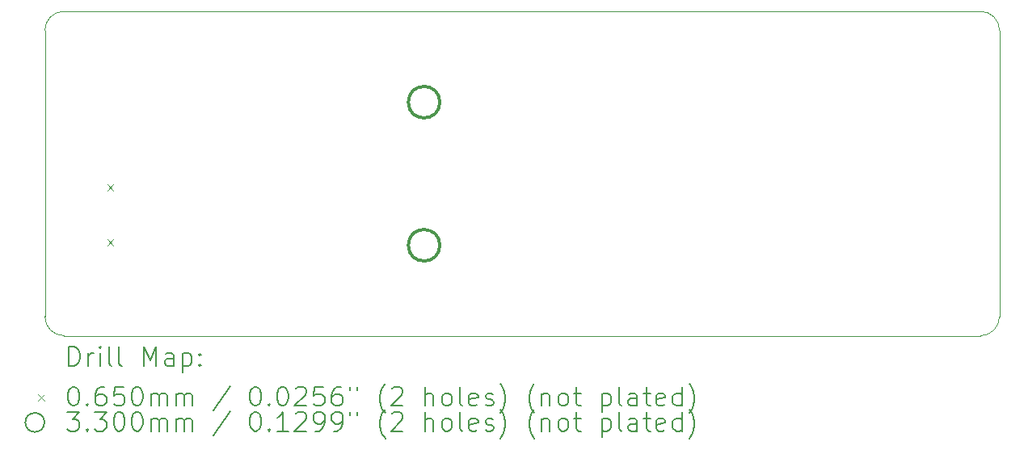
<source format=gbr>
%TF.GenerationSoftware,KiCad,Pcbnew,6.0.11-2627ca5db0~126~ubuntu22.04.1*%
%TF.CreationDate,2024-05-05T15:56:38-04:00*%
%TF.ProjectId,board,626f6172-642e-46b6-9963-61645f706362,rev?*%
%TF.SameCoordinates,Original*%
%TF.FileFunction,Drillmap*%
%TF.FilePolarity,Positive*%
%FSLAX45Y45*%
G04 Gerber Fmt 4.5, Leading zero omitted, Abs format (unit mm)*
G04 Created by KiCad (PCBNEW 6.0.11-2627ca5db0~126~ubuntu22.04.1) date 2024-05-05 15:56:38*
%MOMM*%
%LPD*%
G01*
G04 APERTURE LIST*
%ADD10C,0.100000*%
%ADD11C,0.200000*%
%ADD12C,0.065000*%
%ADD13C,0.330000*%
G04 APERTURE END LIST*
D10*
X19497500Y-9199000D02*
X9897500Y-9199000D01*
X19497500Y-5799000D02*
X9897500Y-5799000D01*
X19497500Y-9199000D02*
G75*
G03*
X19697500Y-8999000I0J200000D01*
G01*
X9697500Y-5999000D02*
X9697500Y-8999000D01*
X19697500Y-8999000D02*
X19697500Y-5999000D01*
X9897500Y-5799000D02*
G75*
G03*
X9697500Y-5999000I0J-200000D01*
G01*
X19697500Y-5999000D02*
G75*
G03*
X19497500Y-5799000I-200000J0D01*
G01*
X9697500Y-8999000D02*
G75*
G03*
X9897500Y-9199000I200000J0D01*
G01*
D11*
D12*
X10349500Y-7610500D02*
X10414500Y-7675500D01*
X10414500Y-7610500D02*
X10349500Y-7675500D01*
X10349500Y-8188500D02*
X10414500Y-8253500D01*
X10414500Y-8188500D02*
X10349500Y-8253500D01*
D13*
X13834000Y-6752000D02*
G75*
G03*
X13834000Y-6752000I-165000J0D01*
G01*
X13834000Y-8251000D02*
G75*
G03*
X13834000Y-8251000I-165000J0D01*
G01*
D11*
X9950119Y-9514476D02*
X9950119Y-9314476D01*
X9997738Y-9314476D01*
X10026310Y-9324000D01*
X10045357Y-9343048D01*
X10054881Y-9362095D01*
X10064405Y-9400190D01*
X10064405Y-9428762D01*
X10054881Y-9466857D01*
X10045357Y-9485905D01*
X10026310Y-9504952D01*
X9997738Y-9514476D01*
X9950119Y-9514476D01*
X10150119Y-9514476D02*
X10150119Y-9381143D01*
X10150119Y-9419238D02*
X10159643Y-9400190D01*
X10169167Y-9390667D01*
X10188214Y-9381143D01*
X10207262Y-9381143D01*
X10273929Y-9514476D02*
X10273929Y-9381143D01*
X10273929Y-9314476D02*
X10264405Y-9324000D01*
X10273929Y-9333524D01*
X10283452Y-9324000D01*
X10273929Y-9314476D01*
X10273929Y-9333524D01*
X10397738Y-9514476D02*
X10378690Y-9504952D01*
X10369167Y-9485905D01*
X10369167Y-9314476D01*
X10502500Y-9514476D02*
X10483452Y-9504952D01*
X10473929Y-9485905D01*
X10473929Y-9314476D01*
X10731071Y-9514476D02*
X10731071Y-9314476D01*
X10797738Y-9457333D01*
X10864405Y-9314476D01*
X10864405Y-9514476D01*
X11045357Y-9514476D02*
X11045357Y-9409714D01*
X11035833Y-9390667D01*
X11016786Y-9381143D01*
X10978690Y-9381143D01*
X10959643Y-9390667D01*
X11045357Y-9504952D02*
X11026310Y-9514476D01*
X10978690Y-9514476D01*
X10959643Y-9504952D01*
X10950119Y-9485905D01*
X10950119Y-9466857D01*
X10959643Y-9447810D01*
X10978690Y-9438286D01*
X11026310Y-9438286D01*
X11045357Y-9428762D01*
X11140595Y-9381143D02*
X11140595Y-9581143D01*
X11140595Y-9390667D02*
X11159643Y-9381143D01*
X11197738Y-9381143D01*
X11216786Y-9390667D01*
X11226309Y-9400190D01*
X11235833Y-9419238D01*
X11235833Y-9476381D01*
X11226309Y-9495429D01*
X11216786Y-9504952D01*
X11197738Y-9514476D01*
X11159643Y-9514476D01*
X11140595Y-9504952D01*
X11321548Y-9495429D02*
X11331071Y-9504952D01*
X11321548Y-9514476D01*
X11312024Y-9504952D01*
X11321548Y-9495429D01*
X11321548Y-9514476D01*
X11321548Y-9390667D02*
X11331071Y-9400190D01*
X11321548Y-9409714D01*
X11312024Y-9400190D01*
X11321548Y-9390667D01*
X11321548Y-9409714D01*
D12*
X9627500Y-9811500D02*
X9692500Y-9876500D01*
X9692500Y-9811500D02*
X9627500Y-9876500D01*
D11*
X9988214Y-9734476D02*
X10007262Y-9734476D01*
X10026310Y-9744000D01*
X10035833Y-9753524D01*
X10045357Y-9772571D01*
X10054881Y-9810667D01*
X10054881Y-9858286D01*
X10045357Y-9896381D01*
X10035833Y-9915429D01*
X10026310Y-9924952D01*
X10007262Y-9934476D01*
X9988214Y-9934476D01*
X9969167Y-9924952D01*
X9959643Y-9915429D01*
X9950119Y-9896381D01*
X9940595Y-9858286D01*
X9940595Y-9810667D01*
X9950119Y-9772571D01*
X9959643Y-9753524D01*
X9969167Y-9744000D01*
X9988214Y-9734476D01*
X10140595Y-9915429D02*
X10150119Y-9924952D01*
X10140595Y-9934476D01*
X10131071Y-9924952D01*
X10140595Y-9915429D01*
X10140595Y-9934476D01*
X10321548Y-9734476D02*
X10283452Y-9734476D01*
X10264405Y-9744000D01*
X10254881Y-9753524D01*
X10235833Y-9782095D01*
X10226310Y-9820190D01*
X10226310Y-9896381D01*
X10235833Y-9915429D01*
X10245357Y-9924952D01*
X10264405Y-9934476D01*
X10302500Y-9934476D01*
X10321548Y-9924952D01*
X10331071Y-9915429D01*
X10340595Y-9896381D01*
X10340595Y-9848762D01*
X10331071Y-9829714D01*
X10321548Y-9820190D01*
X10302500Y-9810667D01*
X10264405Y-9810667D01*
X10245357Y-9820190D01*
X10235833Y-9829714D01*
X10226310Y-9848762D01*
X10521548Y-9734476D02*
X10426310Y-9734476D01*
X10416786Y-9829714D01*
X10426310Y-9820190D01*
X10445357Y-9810667D01*
X10492976Y-9810667D01*
X10512024Y-9820190D01*
X10521548Y-9829714D01*
X10531071Y-9848762D01*
X10531071Y-9896381D01*
X10521548Y-9915429D01*
X10512024Y-9924952D01*
X10492976Y-9934476D01*
X10445357Y-9934476D01*
X10426310Y-9924952D01*
X10416786Y-9915429D01*
X10654881Y-9734476D02*
X10673929Y-9734476D01*
X10692976Y-9744000D01*
X10702500Y-9753524D01*
X10712024Y-9772571D01*
X10721548Y-9810667D01*
X10721548Y-9858286D01*
X10712024Y-9896381D01*
X10702500Y-9915429D01*
X10692976Y-9924952D01*
X10673929Y-9934476D01*
X10654881Y-9934476D01*
X10635833Y-9924952D01*
X10626310Y-9915429D01*
X10616786Y-9896381D01*
X10607262Y-9858286D01*
X10607262Y-9810667D01*
X10616786Y-9772571D01*
X10626310Y-9753524D01*
X10635833Y-9744000D01*
X10654881Y-9734476D01*
X10807262Y-9934476D02*
X10807262Y-9801143D01*
X10807262Y-9820190D02*
X10816786Y-9810667D01*
X10835833Y-9801143D01*
X10864405Y-9801143D01*
X10883452Y-9810667D01*
X10892976Y-9829714D01*
X10892976Y-9934476D01*
X10892976Y-9829714D02*
X10902500Y-9810667D01*
X10921548Y-9801143D01*
X10950119Y-9801143D01*
X10969167Y-9810667D01*
X10978690Y-9829714D01*
X10978690Y-9934476D01*
X11073929Y-9934476D02*
X11073929Y-9801143D01*
X11073929Y-9820190D02*
X11083452Y-9810667D01*
X11102500Y-9801143D01*
X11131071Y-9801143D01*
X11150119Y-9810667D01*
X11159643Y-9829714D01*
X11159643Y-9934476D01*
X11159643Y-9829714D02*
X11169167Y-9810667D01*
X11188214Y-9801143D01*
X11216786Y-9801143D01*
X11235833Y-9810667D01*
X11245357Y-9829714D01*
X11245357Y-9934476D01*
X11635833Y-9724952D02*
X11464405Y-9982095D01*
X11892976Y-9734476D02*
X11912024Y-9734476D01*
X11931071Y-9744000D01*
X11940595Y-9753524D01*
X11950119Y-9772571D01*
X11959643Y-9810667D01*
X11959643Y-9858286D01*
X11950119Y-9896381D01*
X11940595Y-9915429D01*
X11931071Y-9924952D01*
X11912024Y-9934476D01*
X11892976Y-9934476D01*
X11873928Y-9924952D01*
X11864405Y-9915429D01*
X11854881Y-9896381D01*
X11845357Y-9858286D01*
X11845357Y-9810667D01*
X11854881Y-9772571D01*
X11864405Y-9753524D01*
X11873928Y-9744000D01*
X11892976Y-9734476D01*
X12045357Y-9915429D02*
X12054881Y-9924952D01*
X12045357Y-9934476D01*
X12035833Y-9924952D01*
X12045357Y-9915429D01*
X12045357Y-9934476D01*
X12178690Y-9734476D02*
X12197738Y-9734476D01*
X12216786Y-9744000D01*
X12226309Y-9753524D01*
X12235833Y-9772571D01*
X12245357Y-9810667D01*
X12245357Y-9858286D01*
X12235833Y-9896381D01*
X12226309Y-9915429D01*
X12216786Y-9924952D01*
X12197738Y-9934476D01*
X12178690Y-9934476D01*
X12159643Y-9924952D01*
X12150119Y-9915429D01*
X12140595Y-9896381D01*
X12131071Y-9858286D01*
X12131071Y-9810667D01*
X12140595Y-9772571D01*
X12150119Y-9753524D01*
X12159643Y-9744000D01*
X12178690Y-9734476D01*
X12321548Y-9753524D02*
X12331071Y-9744000D01*
X12350119Y-9734476D01*
X12397738Y-9734476D01*
X12416786Y-9744000D01*
X12426309Y-9753524D01*
X12435833Y-9772571D01*
X12435833Y-9791619D01*
X12426309Y-9820190D01*
X12312024Y-9934476D01*
X12435833Y-9934476D01*
X12616786Y-9734476D02*
X12521548Y-9734476D01*
X12512024Y-9829714D01*
X12521548Y-9820190D01*
X12540595Y-9810667D01*
X12588214Y-9810667D01*
X12607262Y-9820190D01*
X12616786Y-9829714D01*
X12626309Y-9848762D01*
X12626309Y-9896381D01*
X12616786Y-9915429D01*
X12607262Y-9924952D01*
X12588214Y-9934476D01*
X12540595Y-9934476D01*
X12521548Y-9924952D01*
X12512024Y-9915429D01*
X12797738Y-9734476D02*
X12759643Y-9734476D01*
X12740595Y-9744000D01*
X12731071Y-9753524D01*
X12712024Y-9782095D01*
X12702500Y-9820190D01*
X12702500Y-9896381D01*
X12712024Y-9915429D01*
X12721548Y-9924952D01*
X12740595Y-9934476D01*
X12778690Y-9934476D01*
X12797738Y-9924952D01*
X12807262Y-9915429D01*
X12816786Y-9896381D01*
X12816786Y-9848762D01*
X12807262Y-9829714D01*
X12797738Y-9820190D01*
X12778690Y-9810667D01*
X12740595Y-9810667D01*
X12721548Y-9820190D01*
X12712024Y-9829714D01*
X12702500Y-9848762D01*
X12892976Y-9734476D02*
X12892976Y-9772571D01*
X12969167Y-9734476D02*
X12969167Y-9772571D01*
X13264405Y-10010667D02*
X13254881Y-10001143D01*
X13235833Y-9972571D01*
X13226309Y-9953524D01*
X13216786Y-9924952D01*
X13207262Y-9877333D01*
X13207262Y-9839238D01*
X13216786Y-9791619D01*
X13226309Y-9763048D01*
X13235833Y-9744000D01*
X13254881Y-9715429D01*
X13264405Y-9705905D01*
X13331071Y-9753524D02*
X13340595Y-9744000D01*
X13359643Y-9734476D01*
X13407262Y-9734476D01*
X13426309Y-9744000D01*
X13435833Y-9753524D01*
X13445357Y-9772571D01*
X13445357Y-9791619D01*
X13435833Y-9820190D01*
X13321548Y-9934476D01*
X13445357Y-9934476D01*
X13683452Y-9934476D02*
X13683452Y-9734476D01*
X13769167Y-9934476D02*
X13769167Y-9829714D01*
X13759643Y-9810667D01*
X13740595Y-9801143D01*
X13712024Y-9801143D01*
X13692976Y-9810667D01*
X13683452Y-9820190D01*
X13892976Y-9934476D02*
X13873928Y-9924952D01*
X13864405Y-9915429D01*
X13854881Y-9896381D01*
X13854881Y-9839238D01*
X13864405Y-9820190D01*
X13873928Y-9810667D01*
X13892976Y-9801143D01*
X13921548Y-9801143D01*
X13940595Y-9810667D01*
X13950119Y-9820190D01*
X13959643Y-9839238D01*
X13959643Y-9896381D01*
X13950119Y-9915429D01*
X13940595Y-9924952D01*
X13921548Y-9934476D01*
X13892976Y-9934476D01*
X14073928Y-9934476D02*
X14054881Y-9924952D01*
X14045357Y-9905905D01*
X14045357Y-9734476D01*
X14226309Y-9924952D02*
X14207262Y-9934476D01*
X14169167Y-9934476D01*
X14150119Y-9924952D01*
X14140595Y-9905905D01*
X14140595Y-9829714D01*
X14150119Y-9810667D01*
X14169167Y-9801143D01*
X14207262Y-9801143D01*
X14226309Y-9810667D01*
X14235833Y-9829714D01*
X14235833Y-9848762D01*
X14140595Y-9867810D01*
X14312024Y-9924952D02*
X14331071Y-9934476D01*
X14369167Y-9934476D01*
X14388214Y-9924952D01*
X14397738Y-9905905D01*
X14397738Y-9896381D01*
X14388214Y-9877333D01*
X14369167Y-9867810D01*
X14340595Y-9867810D01*
X14321548Y-9858286D01*
X14312024Y-9839238D01*
X14312024Y-9829714D01*
X14321548Y-9810667D01*
X14340595Y-9801143D01*
X14369167Y-9801143D01*
X14388214Y-9810667D01*
X14464405Y-10010667D02*
X14473928Y-10001143D01*
X14492976Y-9972571D01*
X14502500Y-9953524D01*
X14512024Y-9924952D01*
X14521548Y-9877333D01*
X14521548Y-9839238D01*
X14512024Y-9791619D01*
X14502500Y-9763048D01*
X14492976Y-9744000D01*
X14473928Y-9715429D01*
X14464405Y-9705905D01*
X14826309Y-10010667D02*
X14816786Y-10001143D01*
X14797738Y-9972571D01*
X14788214Y-9953524D01*
X14778690Y-9924952D01*
X14769167Y-9877333D01*
X14769167Y-9839238D01*
X14778690Y-9791619D01*
X14788214Y-9763048D01*
X14797738Y-9744000D01*
X14816786Y-9715429D01*
X14826309Y-9705905D01*
X14902500Y-9801143D02*
X14902500Y-9934476D01*
X14902500Y-9820190D02*
X14912024Y-9810667D01*
X14931071Y-9801143D01*
X14959643Y-9801143D01*
X14978690Y-9810667D01*
X14988214Y-9829714D01*
X14988214Y-9934476D01*
X15112024Y-9934476D02*
X15092976Y-9924952D01*
X15083452Y-9915429D01*
X15073928Y-9896381D01*
X15073928Y-9839238D01*
X15083452Y-9820190D01*
X15092976Y-9810667D01*
X15112024Y-9801143D01*
X15140595Y-9801143D01*
X15159643Y-9810667D01*
X15169167Y-9820190D01*
X15178690Y-9839238D01*
X15178690Y-9896381D01*
X15169167Y-9915429D01*
X15159643Y-9924952D01*
X15140595Y-9934476D01*
X15112024Y-9934476D01*
X15235833Y-9801143D02*
X15312024Y-9801143D01*
X15264405Y-9734476D02*
X15264405Y-9905905D01*
X15273928Y-9924952D01*
X15292976Y-9934476D01*
X15312024Y-9934476D01*
X15531071Y-9801143D02*
X15531071Y-10001143D01*
X15531071Y-9810667D02*
X15550119Y-9801143D01*
X15588214Y-9801143D01*
X15607262Y-9810667D01*
X15616786Y-9820190D01*
X15626309Y-9839238D01*
X15626309Y-9896381D01*
X15616786Y-9915429D01*
X15607262Y-9924952D01*
X15588214Y-9934476D01*
X15550119Y-9934476D01*
X15531071Y-9924952D01*
X15740595Y-9934476D02*
X15721548Y-9924952D01*
X15712024Y-9905905D01*
X15712024Y-9734476D01*
X15902500Y-9934476D02*
X15902500Y-9829714D01*
X15892976Y-9810667D01*
X15873928Y-9801143D01*
X15835833Y-9801143D01*
X15816786Y-9810667D01*
X15902500Y-9924952D02*
X15883452Y-9934476D01*
X15835833Y-9934476D01*
X15816786Y-9924952D01*
X15807262Y-9905905D01*
X15807262Y-9886857D01*
X15816786Y-9867810D01*
X15835833Y-9858286D01*
X15883452Y-9858286D01*
X15902500Y-9848762D01*
X15969167Y-9801143D02*
X16045357Y-9801143D01*
X15997738Y-9734476D02*
X15997738Y-9905905D01*
X16007262Y-9924952D01*
X16026309Y-9934476D01*
X16045357Y-9934476D01*
X16188214Y-9924952D02*
X16169167Y-9934476D01*
X16131071Y-9934476D01*
X16112024Y-9924952D01*
X16102500Y-9905905D01*
X16102500Y-9829714D01*
X16112024Y-9810667D01*
X16131071Y-9801143D01*
X16169167Y-9801143D01*
X16188214Y-9810667D01*
X16197738Y-9829714D01*
X16197738Y-9848762D01*
X16102500Y-9867810D01*
X16369167Y-9934476D02*
X16369167Y-9734476D01*
X16369167Y-9924952D02*
X16350119Y-9934476D01*
X16312024Y-9934476D01*
X16292976Y-9924952D01*
X16283452Y-9915429D01*
X16273928Y-9896381D01*
X16273928Y-9839238D01*
X16283452Y-9820190D01*
X16292976Y-9810667D01*
X16312024Y-9801143D01*
X16350119Y-9801143D01*
X16369167Y-9810667D01*
X16445357Y-10010667D02*
X16454881Y-10001143D01*
X16473928Y-9972571D01*
X16483452Y-9953524D01*
X16492976Y-9924952D01*
X16502500Y-9877333D01*
X16502500Y-9839238D01*
X16492976Y-9791619D01*
X16483452Y-9763048D01*
X16473928Y-9744000D01*
X16454881Y-9715429D01*
X16445357Y-9705905D01*
X9692500Y-10108000D02*
G75*
G03*
X9692500Y-10108000I-100000J0D01*
G01*
X9931071Y-9998476D02*
X10054881Y-9998476D01*
X9988214Y-10074667D01*
X10016786Y-10074667D01*
X10035833Y-10084190D01*
X10045357Y-10093714D01*
X10054881Y-10112762D01*
X10054881Y-10160381D01*
X10045357Y-10179429D01*
X10035833Y-10188952D01*
X10016786Y-10198476D01*
X9959643Y-10198476D01*
X9940595Y-10188952D01*
X9931071Y-10179429D01*
X10140595Y-10179429D02*
X10150119Y-10188952D01*
X10140595Y-10198476D01*
X10131071Y-10188952D01*
X10140595Y-10179429D01*
X10140595Y-10198476D01*
X10216786Y-9998476D02*
X10340595Y-9998476D01*
X10273929Y-10074667D01*
X10302500Y-10074667D01*
X10321548Y-10084190D01*
X10331071Y-10093714D01*
X10340595Y-10112762D01*
X10340595Y-10160381D01*
X10331071Y-10179429D01*
X10321548Y-10188952D01*
X10302500Y-10198476D01*
X10245357Y-10198476D01*
X10226310Y-10188952D01*
X10216786Y-10179429D01*
X10464405Y-9998476D02*
X10483452Y-9998476D01*
X10502500Y-10008000D01*
X10512024Y-10017524D01*
X10521548Y-10036571D01*
X10531071Y-10074667D01*
X10531071Y-10122286D01*
X10521548Y-10160381D01*
X10512024Y-10179429D01*
X10502500Y-10188952D01*
X10483452Y-10198476D01*
X10464405Y-10198476D01*
X10445357Y-10188952D01*
X10435833Y-10179429D01*
X10426310Y-10160381D01*
X10416786Y-10122286D01*
X10416786Y-10074667D01*
X10426310Y-10036571D01*
X10435833Y-10017524D01*
X10445357Y-10008000D01*
X10464405Y-9998476D01*
X10654881Y-9998476D02*
X10673929Y-9998476D01*
X10692976Y-10008000D01*
X10702500Y-10017524D01*
X10712024Y-10036571D01*
X10721548Y-10074667D01*
X10721548Y-10122286D01*
X10712024Y-10160381D01*
X10702500Y-10179429D01*
X10692976Y-10188952D01*
X10673929Y-10198476D01*
X10654881Y-10198476D01*
X10635833Y-10188952D01*
X10626310Y-10179429D01*
X10616786Y-10160381D01*
X10607262Y-10122286D01*
X10607262Y-10074667D01*
X10616786Y-10036571D01*
X10626310Y-10017524D01*
X10635833Y-10008000D01*
X10654881Y-9998476D01*
X10807262Y-10198476D02*
X10807262Y-10065143D01*
X10807262Y-10084190D02*
X10816786Y-10074667D01*
X10835833Y-10065143D01*
X10864405Y-10065143D01*
X10883452Y-10074667D01*
X10892976Y-10093714D01*
X10892976Y-10198476D01*
X10892976Y-10093714D02*
X10902500Y-10074667D01*
X10921548Y-10065143D01*
X10950119Y-10065143D01*
X10969167Y-10074667D01*
X10978690Y-10093714D01*
X10978690Y-10198476D01*
X11073929Y-10198476D02*
X11073929Y-10065143D01*
X11073929Y-10084190D02*
X11083452Y-10074667D01*
X11102500Y-10065143D01*
X11131071Y-10065143D01*
X11150119Y-10074667D01*
X11159643Y-10093714D01*
X11159643Y-10198476D01*
X11159643Y-10093714D02*
X11169167Y-10074667D01*
X11188214Y-10065143D01*
X11216786Y-10065143D01*
X11235833Y-10074667D01*
X11245357Y-10093714D01*
X11245357Y-10198476D01*
X11635833Y-9988952D02*
X11464405Y-10246095D01*
X11892976Y-9998476D02*
X11912024Y-9998476D01*
X11931071Y-10008000D01*
X11940595Y-10017524D01*
X11950119Y-10036571D01*
X11959643Y-10074667D01*
X11959643Y-10122286D01*
X11950119Y-10160381D01*
X11940595Y-10179429D01*
X11931071Y-10188952D01*
X11912024Y-10198476D01*
X11892976Y-10198476D01*
X11873928Y-10188952D01*
X11864405Y-10179429D01*
X11854881Y-10160381D01*
X11845357Y-10122286D01*
X11845357Y-10074667D01*
X11854881Y-10036571D01*
X11864405Y-10017524D01*
X11873928Y-10008000D01*
X11892976Y-9998476D01*
X12045357Y-10179429D02*
X12054881Y-10188952D01*
X12045357Y-10198476D01*
X12035833Y-10188952D01*
X12045357Y-10179429D01*
X12045357Y-10198476D01*
X12245357Y-10198476D02*
X12131071Y-10198476D01*
X12188214Y-10198476D02*
X12188214Y-9998476D01*
X12169167Y-10027048D01*
X12150119Y-10046095D01*
X12131071Y-10055619D01*
X12321548Y-10017524D02*
X12331071Y-10008000D01*
X12350119Y-9998476D01*
X12397738Y-9998476D01*
X12416786Y-10008000D01*
X12426309Y-10017524D01*
X12435833Y-10036571D01*
X12435833Y-10055619D01*
X12426309Y-10084190D01*
X12312024Y-10198476D01*
X12435833Y-10198476D01*
X12531071Y-10198476D02*
X12569167Y-10198476D01*
X12588214Y-10188952D01*
X12597738Y-10179429D01*
X12616786Y-10150857D01*
X12626309Y-10112762D01*
X12626309Y-10036571D01*
X12616786Y-10017524D01*
X12607262Y-10008000D01*
X12588214Y-9998476D01*
X12550119Y-9998476D01*
X12531071Y-10008000D01*
X12521548Y-10017524D01*
X12512024Y-10036571D01*
X12512024Y-10084190D01*
X12521548Y-10103238D01*
X12531071Y-10112762D01*
X12550119Y-10122286D01*
X12588214Y-10122286D01*
X12607262Y-10112762D01*
X12616786Y-10103238D01*
X12626309Y-10084190D01*
X12721548Y-10198476D02*
X12759643Y-10198476D01*
X12778690Y-10188952D01*
X12788214Y-10179429D01*
X12807262Y-10150857D01*
X12816786Y-10112762D01*
X12816786Y-10036571D01*
X12807262Y-10017524D01*
X12797738Y-10008000D01*
X12778690Y-9998476D01*
X12740595Y-9998476D01*
X12721548Y-10008000D01*
X12712024Y-10017524D01*
X12702500Y-10036571D01*
X12702500Y-10084190D01*
X12712024Y-10103238D01*
X12721548Y-10112762D01*
X12740595Y-10122286D01*
X12778690Y-10122286D01*
X12797738Y-10112762D01*
X12807262Y-10103238D01*
X12816786Y-10084190D01*
X12892976Y-9998476D02*
X12892976Y-10036571D01*
X12969167Y-9998476D02*
X12969167Y-10036571D01*
X13264405Y-10274667D02*
X13254881Y-10265143D01*
X13235833Y-10236571D01*
X13226309Y-10217524D01*
X13216786Y-10188952D01*
X13207262Y-10141333D01*
X13207262Y-10103238D01*
X13216786Y-10055619D01*
X13226309Y-10027048D01*
X13235833Y-10008000D01*
X13254881Y-9979429D01*
X13264405Y-9969905D01*
X13331071Y-10017524D02*
X13340595Y-10008000D01*
X13359643Y-9998476D01*
X13407262Y-9998476D01*
X13426309Y-10008000D01*
X13435833Y-10017524D01*
X13445357Y-10036571D01*
X13445357Y-10055619D01*
X13435833Y-10084190D01*
X13321548Y-10198476D01*
X13445357Y-10198476D01*
X13683452Y-10198476D02*
X13683452Y-9998476D01*
X13769167Y-10198476D02*
X13769167Y-10093714D01*
X13759643Y-10074667D01*
X13740595Y-10065143D01*
X13712024Y-10065143D01*
X13692976Y-10074667D01*
X13683452Y-10084190D01*
X13892976Y-10198476D02*
X13873928Y-10188952D01*
X13864405Y-10179429D01*
X13854881Y-10160381D01*
X13854881Y-10103238D01*
X13864405Y-10084190D01*
X13873928Y-10074667D01*
X13892976Y-10065143D01*
X13921548Y-10065143D01*
X13940595Y-10074667D01*
X13950119Y-10084190D01*
X13959643Y-10103238D01*
X13959643Y-10160381D01*
X13950119Y-10179429D01*
X13940595Y-10188952D01*
X13921548Y-10198476D01*
X13892976Y-10198476D01*
X14073928Y-10198476D02*
X14054881Y-10188952D01*
X14045357Y-10169905D01*
X14045357Y-9998476D01*
X14226309Y-10188952D02*
X14207262Y-10198476D01*
X14169167Y-10198476D01*
X14150119Y-10188952D01*
X14140595Y-10169905D01*
X14140595Y-10093714D01*
X14150119Y-10074667D01*
X14169167Y-10065143D01*
X14207262Y-10065143D01*
X14226309Y-10074667D01*
X14235833Y-10093714D01*
X14235833Y-10112762D01*
X14140595Y-10131810D01*
X14312024Y-10188952D02*
X14331071Y-10198476D01*
X14369167Y-10198476D01*
X14388214Y-10188952D01*
X14397738Y-10169905D01*
X14397738Y-10160381D01*
X14388214Y-10141333D01*
X14369167Y-10131810D01*
X14340595Y-10131810D01*
X14321548Y-10122286D01*
X14312024Y-10103238D01*
X14312024Y-10093714D01*
X14321548Y-10074667D01*
X14340595Y-10065143D01*
X14369167Y-10065143D01*
X14388214Y-10074667D01*
X14464405Y-10274667D02*
X14473928Y-10265143D01*
X14492976Y-10236571D01*
X14502500Y-10217524D01*
X14512024Y-10188952D01*
X14521548Y-10141333D01*
X14521548Y-10103238D01*
X14512024Y-10055619D01*
X14502500Y-10027048D01*
X14492976Y-10008000D01*
X14473928Y-9979429D01*
X14464405Y-9969905D01*
X14826309Y-10274667D02*
X14816786Y-10265143D01*
X14797738Y-10236571D01*
X14788214Y-10217524D01*
X14778690Y-10188952D01*
X14769167Y-10141333D01*
X14769167Y-10103238D01*
X14778690Y-10055619D01*
X14788214Y-10027048D01*
X14797738Y-10008000D01*
X14816786Y-9979429D01*
X14826309Y-9969905D01*
X14902500Y-10065143D02*
X14902500Y-10198476D01*
X14902500Y-10084190D02*
X14912024Y-10074667D01*
X14931071Y-10065143D01*
X14959643Y-10065143D01*
X14978690Y-10074667D01*
X14988214Y-10093714D01*
X14988214Y-10198476D01*
X15112024Y-10198476D02*
X15092976Y-10188952D01*
X15083452Y-10179429D01*
X15073928Y-10160381D01*
X15073928Y-10103238D01*
X15083452Y-10084190D01*
X15092976Y-10074667D01*
X15112024Y-10065143D01*
X15140595Y-10065143D01*
X15159643Y-10074667D01*
X15169167Y-10084190D01*
X15178690Y-10103238D01*
X15178690Y-10160381D01*
X15169167Y-10179429D01*
X15159643Y-10188952D01*
X15140595Y-10198476D01*
X15112024Y-10198476D01*
X15235833Y-10065143D02*
X15312024Y-10065143D01*
X15264405Y-9998476D02*
X15264405Y-10169905D01*
X15273928Y-10188952D01*
X15292976Y-10198476D01*
X15312024Y-10198476D01*
X15531071Y-10065143D02*
X15531071Y-10265143D01*
X15531071Y-10074667D02*
X15550119Y-10065143D01*
X15588214Y-10065143D01*
X15607262Y-10074667D01*
X15616786Y-10084190D01*
X15626309Y-10103238D01*
X15626309Y-10160381D01*
X15616786Y-10179429D01*
X15607262Y-10188952D01*
X15588214Y-10198476D01*
X15550119Y-10198476D01*
X15531071Y-10188952D01*
X15740595Y-10198476D02*
X15721548Y-10188952D01*
X15712024Y-10169905D01*
X15712024Y-9998476D01*
X15902500Y-10198476D02*
X15902500Y-10093714D01*
X15892976Y-10074667D01*
X15873928Y-10065143D01*
X15835833Y-10065143D01*
X15816786Y-10074667D01*
X15902500Y-10188952D02*
X15883452Y-10198476D01*
X15835833Y-10198476D01*
X15816786Y-10188952D01*
X15807262Y-10169905D01*
X15807262Y-10150857D01*
X15816786Y-10131810D01*
X15835833Y-10122286D01*
X15883452Y-10122286D01*
X15902500Y-10112762D01*
X15969167Y-10065143D02*
X16045357Y-10065143D01*
X15997738Y-9998476D02*
X15997738Y-10169905D01*
X16007262Y-10188952D01*
X16026309Y-10198476D01*
X16045357Y-10198476D01*
X16188214Y-10188952D02*
X16169167Y-10198476D01*
X16131071Y-10198476D01*
X16112024Y-10188952D01*
X16102500Y-10169905D01*
X16102500Y-10093714D01*
X16112024Y-10074667D01*
X16131071Y-10065143D01*
X16169167Y-10065143D01*
X16188214Y-10074667D01*
X16197738Y-10093714D01*
X16197738Y-10112762D01*
X16102500Y-10131810D01*
X16369167Y-10198476D02*
X16369167Y-9998476D01*
X16369167Y-10188952D02*
X16350119Y-10198476D01*
X16312024Y-10198476D01*
X16292976Y-10188952D01*
X16283452Y-10179429D01*
X16273928Y-10160381D01*
X16273928Y-10103238D01*
X16283452Y-10084190D01*
X16292976Y-10074667D01*
X16312024Y-10065143D01*
X16350119Y-10065143D01*
X16369167Y-10074667D01*
X16445357Y-10274667D02*
X16454881Y-10265143D01*
X16473928Y-10236571D01*
X16483452Y-10217524D01*
X16492976Y-10188952D01*
X16502500Y-10141333D01*
X16502500Y-10103238D01*
X16492976Y-10055619D01*
X16483452Y-10027048D01*
X16473928Y-10008000D01*
X16454881Y-9979429D01*
X16445357Y-9969905D01*
M02*

</source>
